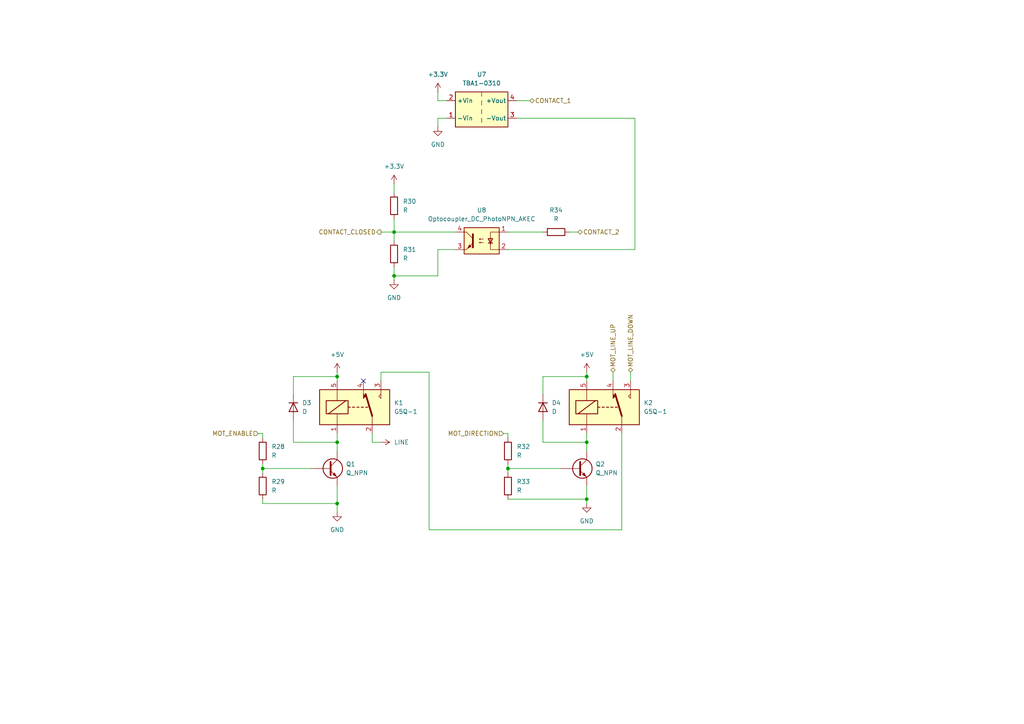
<source format=kicad_sch>
(kicad_sch (version 20250114) (generator "eeschema") (generator_version "9.0")
  (paper "A4")
  (title_block (title "iot-contact"))
  (lib_symbols
    (symbol "Converter_DCDC:TBA1-0310"
      (property "Reference" "U" (at -6.858 6.35 0))
      (property "Value" "TBA1-0310" (at 1.524 6.35 0))
      (symbol "TBA1-0310_0_0"
        (pin power_in line (at -10.16 2.54 0) (length 2.54) (name "+Vin") (number "2"))
        (pin power_in line (at -10.16 -2.54 0) (length 2.54) (name "-Vin") (number "1"))
        (pin power_out line (at 10.16 2.54 180) (length 2.54) (name "+Vout") (number "4"))
        (pin power_out line (at 10.16 -2.54 180) (length 2.54) (name "-Vout") (number "3"))
      )
      (symbol "TBA1-0310_0_1"
        (rectangle (start -7.62 5.08) (end 7.62 -5.08) (stroke (width 0.254)) (fill (type background)))
        (polyline (pts (xy 0 5.08) (xy 0 3.81)))
        (polyline (pts (xy 0 2.54) (xy 0 1.27)))
        (polyline (pts (xy 0 0) (xy 0 -1.27)))
        (polyline (pts (xy 0 -2.54) (xy 0 -3.81)))
      )
    )
    (symbol "Device:D" (pin_numbers (hide yes)) (pin_names (offset 1.016) (hide yes))
      (property "Reference" "D" (at 0 2.54 0))
      (property "Value" "D" (at 0 -2.54 0))
      (symbol "D_0_1"
        (polyline (pts (xy -1.27 1.27) (xy -1.27 -1.27)) (stroke (width 0.254)))
        (polyline (pts (xy 1.27 1.27) (xy 1.27 -1.27) (xy -1.27 0) (xy 1.27 1.27)) (stroke (width 0.254)))
        (polyline (pts (xy 1.27 0) (xy -1.27 0)))
      )
      (symbol "D_1_1"
        (pin passive line (at -3.81 0 0) (length 2.54) (name "K") (number "1"))
        (pin passive line (at 3.81 0 180) (length 2.54) (name "A") (number "2"))
      )
    )
    (symbol "Device:Q_NPN" (pin_numbers (hide yes)) (pin_names (offset 0) (hide yes))
      (property "Reference" "Q" (at 5.08 1.27 0))
      (property "Value" "Q_NPN" (at 5.08 -1.27 0))
      (symbol "Q_NPN_0_1"
        (polyline (pts (xy -2.54 0) (xy 0.635 0)))
        (polyline (pts (xy 0.635 1.905) (xy 0.635 -1.905)) (stroke (width 0.508)))
        (polyline (pts (xy 0.635 0.635) (xy 2.54 2.54)))
        (polyline (pts (xy 0.635 -0.635) (xy 2.54 -2.54)))
        (circle (center 1.27 0) (radius 2.8194) (stroke (width 0.254)))
        (polyline (pts (xy 1.27 -1.778) (xy 1.778 -1.27) (xy 2.286 -2.286) (xy 1.27 -1.778)) (fill (type outline)))
      )
      (symbol "Q_NPN_1_1"
        (pin input line (at -5.08 0 0) (length 2.54) (name "B") (number "B"))
        (pin passive line (at 2.54 5.08 270) (length 2.54) (name "C") (number "C"))
        (pin passive line (at 2.54 -5.08 90) (length 2.54) (name "E") (number "E"))
      )
    )
    (symbol "Device:R" (pin_numbers (hide yes)) (pin_names (offset 0))
      (property "Reference" "R" (at 2.032 0 90))
      (property "Value" "R" (at 0 0 90))
      (symbol "R_0_1"
        (rectangle (start -1.016 -2.54) (end 1.016 2.54) (stroke (width 0.254)))
      )
      (symbol "R_1_1"
        (pin passive line (at 0 3.81 270) (length 1.27) (name "~") (number "1"))
        (pin passive line (at 0 -3.81 90) (length 1.27) (name "~") (number "2"))
      )
    )
    (symbol "Isolator:Optocoupler_DC_PhotoNPN_AKEC"
      (property "Reference" "U" (at -5.08 5.08 0))
      (property "Value" "Optocoupler_DC_PhotoNPN_AKEC" (at 0 5.08 0))
      (symbol "Optocoupler_DC_PhotoNPN_AKEC_0_1"
        (rectangle (start -5.08 3.81) (end 5.08 -3.81) (stroke (width 0.254)) (fill (type background)))
        (polyline (pts (xy -5.08 2.54) (xy -2.54 2.54) (xy -2.54 -1.27) (xy -2.54 0.635)))
        (polyline (pts (xy -3.175 -0.635) (xy -1.905 -0.635)) (stroke (width 0.254)))
        (polyline (pts (xy -2.54 -0.635) (xy -2.54 -2.54) (xy -5.08 -2.54)))
        (polyline (pts (xy -2.54 -0.635) (xy -3.175 0.635) (xy -1.905 0.635) (xy -2.54 -0.635)) (stroke (width 0.254)))
        (polyline (pts (xy -0.508 0.508) (xy 0.762 0.508) (xy 0.381 0.381) (xy 0.381 0.635) (xy 0.762 0.508)))
        (polyline (pts (xy -0.508 -0.508) (xy 0.762 -0.508) (xy 0.381 -0.635) (xy 0.381 -0.381) (xy 0.762 -0.508)))
        (polyline (pts (xy 2.54 1.905) (xy 2.54 -1.905)) (stroke (width 0.508)))
        (polyline (pts (xy 2.54 0.635) (xy 4.445 2.54)))
        (polyline (pts (xy 3.048 -1.651) (xy 3.556 -1.143) (xy 4.064 -2.159) (xy 3.048 -1.651)) (fill (type outline)))
        (polyline (pts (xy 4.445 2.54) (xy 5.08 2.54)))
        (polyline (pts (xy 4.445 -2.54) (xy 2.54 -0.635)) (fill (type outline)))
        (polyline (pts (xy 4.445 -2.54) (xy 5.08 -2.54)))
      )
      (symbol "Optocoupler_DC_PhotoNPN_AKEC_1_1"
        (pin passive line (at -7.62 2.54 0) (length 2.54) (name "~") (number "1"))
        (pin passive line (at -7.62 -2.54 0) (length 2.54) (name "~") (number "2"))
        (pin passive line (at 7.62 2.54 180) (length 2.54) (name "~") (number "4"))
        (pin passive line (at 7.62 -2.54 180) (length 2.54) (name "~") (number "3"))
      )
    )
    (symbol "Relay:G5Q-1"
      (property "Reference" "K" (at 11.43 3.81 0))
      (property "Value" "G5Q-1" (at 11.43 1.27 0))
      (symbol "G5Q-1_0_0"
        (polyline (pts (xy 7.62 5.08) (xy 7.62 2.54) (xy 6.985 3.175) (xy 7.62 3.81)))
      )
      (symbol "G5Q-1_0_1"
        (rectangle (start -10.16 5.08) (end 10.16 -5.08) (stroke (width 0.254)) (fill (type background)))
        (rectangle (start -8.255 1.905) (end -1.905 -1.905) (stroke (width 0.254)))
        (polyline (pts (xy -7.62 -1.905) (xy -2.54 1.905)) (stroke (width 0.254)))
        (polyline (pts (xy -5.08 5.08) (xy -5.08 1.905)))
        (polyline (pts (xy -5.08 -5.08) (xy -5.08 -1.905)))
        (polyline (pts (xy -1.905 0) (xy -1.27 0)) (stroke (width 0.254)))
        (polyline (pts (xy -0.635 0) (xy 0 0)) (stroke (width 0.254)))
        (polyline (pts (xy 0.635 0) (xy 1.27 0)) (stroke (width 0.254)))
        (polyline (pts (xy 1.905 0) (xy 2.54 0)) (stroke (width 0.254)))
        (polyline (pts (xy 2.54 5.08) (xy 2.54 2.54) (xy 3.175 3.175) (xy 2.54 3.81)) (fill (type outline)))
        (polyline (pts (xy 3.175 0) (xy 3.81 0)) (stroke (width 0.254)))
        (polyline (pts (xy 5.08 -2.54) (xy 3.175 3.81)) (stroke (width 0.508)))
        (polyline (pts (xy 5.08 -2.54) (xy 5.08 -5.08)))
      )
      (symbol "G5Q-1_1_1"
        (pin passive line (at -5.08 7.62 270) (length 2.54) (name "~") (number "5"))
        (pin passive line (at -5.08 -7.62 90) (length 2.54) (name "~") (number "1"))
        (pin passive line (at 2.54 7.62 270) (length 2.54) (name "~") (number "4"))
        (pin passive line (at 5.08 -7.62 90) (length 2.54) (name "~") (number "2"))
        (pin passive line (at 7.62 7.62 270) (length 2.54) (name "~") (number "3"))
      )
    )
    (symbol "power:+3.3V" (power) (pin_numbers (hide yes)) (pin_names (offset 0) (hide yes))
      (property "Value" "+3.3V" (at 0 3.556 0))
      (symbol "+3.3V_0_1"
        (polyline (pts (xy -0.762 1.27) (xy 0 2.54)))
        (polyline (pts (xy 0 2.54) (xy 0.762 1.27)))
        (polyline (pts (xy 0 0) (xy 0 2.54)))
      )
      (symbol "+3.3V_1_1"
        (pin power_in line (at 0 0 90) (length 0) (name "~") (number "1"))
      )
    )
    (symbol "power:+5V" (power) (pin_numbers (hide yes)) (pin_names (offset 0) (hide yes))
      (property "Value" "+5V" (at 0 3.556 0))
      (symbol "+5V_0_1"
        (polyline (pts (xy -0.762 1.27) (xy 0 2.54)))
        (polyline (pts (xy 0 2.54) (xy 0.762 1.27)))
        (polyline (pts (xy 0 0) (xy 0 2.54)))
      )
      (symbol "+5V_1_1"
        (pin power_in line (at 0 0 90) (length 0) (name "~") (number "1"))
      )
    )
    (symbol "power:GND" (power) (pin_numbers (hide yes)) (pin_names (offset 0) (hide yes))
      (property "Value" "GND" (at 0 -3.81 0))
      (symbol "GND_0_1"
        (polyline (pts (xy 0 0) (xy 0 -1.27) (xy 1.27 -1.27) (xy 0 -2.54) (xy -1.27 -1.27) (xy 0 -1.27)))
      )
      (symbol "GND_1_1"
        (pin power_in line (at 0 0 270) (length 0) (name "~") (number "1"))
      )
    )
    (symbol "power:LINE" (power) (pin_numbers (hide yes)) (pin_names (offset 0) (hide yes))
      (property "Value" "LINE" (at 0 3.556 0))
      (symbol "LINE_0_1"
        (polyline (pts (xy -0.762 1.27) (xy 0 2.54)))
        (polyline (pts (xy 0 2.54) (xy 0.762 1.27)))
        (polyline (pts (xy 0 0) (xy 0 2.54)))
      )
      (symbol "LINE_1_1"
        (pin power_in line (at 0 0 90) (length 0) (name "~") (number "1"))
      )
    )
  )
  (junction (at 114.3 80.01))
  (junction (at 114.3 67.31))
  (junction (at 97.79 109.22))
  (junction (at 76.2 135.89))
  (junction (at 170.18 144.78))
  (junction (at 147.32 135.89))
  (junction (at 170.18 109.22))
  (junction (at 97.79 146.05))
  (junction (at 97.79 128.27))
  (junction (at 170.18 128.27))
  (no_connect (at 105.41 110.49))
  (wire (pts (xy 170.18 107.95) (xy 170.18 109.22)))
  (wire (pts (xy 76.2 125.73) (xy 74.93 125.73)))
  (wire (pts (xy 97.79 128.27) (xy 97.79 130.81)))
  (wire (pts (xy 85.09 109.22) (xy 97.79 109.22)))
  (wire (pts (xy 97.79 146.05) (xy 97.79 148.59)))
  (wire (pts (xy 97.79 140.97) (xy 97.79 146.05)))
  (wire (pts (xy 147.32 67.31) (xy 157.48 67.31)))
  (wire (pts (xy 149.86 34.29) (xy 184.15 34.29)))
  (wire (pts (xy 85.09 121.92) (xy 85.09 128.27)))
  (wire (pts (xy 114.3 67.31) (xy 114.3 63.5)))
  (wire (pts (xy 147.32 125.73) (xy 146.05 125.73)))
  (wire (pts (xy 76.2 135.89) (xy 76.2 137.16)))
  (wire (pts (xy 170.18 144.78) (xy 170.18 146.05)))
  (wire (pts (xy 76.2 135.89) (xy 76.2 134.62)))
  (wire (pts (xy 114.3 67.31) (xy 114.3 69.85)))
  (wire (pts (xy 124.46 107.95) (xy 124.46 153.67)))
  (wire (pts (xy 114.3 77.47) (xy 114.3 80.01)))
  (wire (pts (xy 182.88 107.95) (xy 182.88 110.49)))
  (wire (pts (xy 110.49 67.31) (xy 114.3 67.31)))
  (wire (pts (xy 114.3 53.34) (xy 114.3 55.88)))
  (wire (pts (xy 76.2 146.05) (xy 97.79 146.05)))
  (wire (pts (xy 157.48 109.22) (xy 170.18 109.22)))
  (wire (pts (xy 162.56 135.89) (xy 147.32 135.89)))
  (wire (pts (xy 129.54 34.29) (xy 127 34.29)))
  (wire (pts (xy 110.49 128.27) (xy 107.95 128.27)))
  (wire (pts (xy 114.3 80.01) (xy 114.3 81.28)))
  (wire (pts (xy 97.79 109.22) (xy 97.79 110.49)))
  (wire (pts (xy 127 29.21) (xy 127 26.67)))
  (wire (pts (xy 170.18 140.97) (xy 170.18 144.78)))
  (wire (pts (xy 97.79 107.95) (xy 97.79 109.22)))
  (wire (pts (xy 184.15 72.39) (xy 147.32 72.39)))
  (wire (pts (xy 114.3 67.31) (xy 132.08 67.31)))
  (wire (pts (xy 147.32 134.62) (xy 147.32 135.89)))
  (wire (pts (xy 127 80.01) (xy 114.3 80.01)))
  (wire (pts (xy 157.48 114.3) (xy 157.48 109.22)))
  (wire (pts (xy 90.17 135.89) (xy 76.2 135.89)))
  (wire (pts (xy 149.86 29.21) (xy 153.67 29.21)))
  (wire (pts (xy 157.48 128.27) (xy 170.18 128.27)))
  (wire (pts (xy 170.18 125.73) (xy 170.18 128.27)))
  (wire (pts (xy 170.18 128.27) (xy 170.18 130.81)))
  (wire (pts (xy 147.32 144.78) (xy 170.18 144.78)))
  (wire (pts (xy 147.32 135.89) (xy 147.32 137.16)))
  (wire (pts (xy 127 72.39) (xy 127 80.01)))
  (wire (pts (xy 184.15 34.29) (xy 184.15 72.39)))
  (wire (pts (xy 165.1 67.31) (xy 167.64 67.31)))
  (wire (pts (xy 129.54 29.21) (xy 127 29.21)))
  (wire (pts (xy 97.79 125.73) (xy 97.79 128.27)))
  (wire (pts (xy 170.18 109.22) (xy 170.18 110.49)))
  (wire (pts (xy 180.34 153.67) (xy 180.34 125.73)))
  (wire (pts (xy 177.8 107.95) (xy 177.8 110.49)))
  (wire (pts (xy 85.09 128.27) (xy 97.79 128.27)))
  (wire (pts (xy 76.2 127) (xy 76.2 125.73)))
  (wire (pts (xy 107.95 128.27) (xy 107.95 125.73)))
  (wire (pts (xy 110.49 107.95) (xy 124.46 107.95)))
  (wire (pts (xy 157.48 121.92) (xy 157.48 128.27)))
  (wire (pts (xy 147.32 127) (xy 147.32 125.73)))
  (wire (pts (xy 110.49 110.49) (xy 110.49 107.95)))
  (wire (pts (xy 127 34.29) (xy 127 36.83)))
  (wire (pts (xy 132.08 72.39) (xy 127 72.39)))
  (wire (pts (xy 76.2 144.78) (xy 76.2 146.05)))
  (wire (pts (xy 85.09 114.3) (xy 85.09 109.22)))
  (wire (pts (xy 124.46 153.67) (xy 180.34 153.67)))
  (hierarchical_label "CONTACT_1" (shape bidirectional) (at 153.67 29.21 0))
  (hierarchical_label "CONTACT_2" (shape bidirectional) (at 167.64 67.31 0))
  (hierarchical_label "MOT_ENABLE" (shape input) (at 74.93 125.73 180))
  (hierarchical_label "MOT_LINE_DOWN" (shape bidirectional) (at 182.88 107.95 90))
  (hierarchical_label "MOT_LINE_UP" (shape bidirectional) (at 177.8 107.95 90))
  (hierarchical_label "CONTACT_CLOSED" (shape output) (at 110.49 67.31 180))
  (hierarchical_label "MOT_DIRECTION" (shape input) (at 146.05 125.73 180))
  (symbol (lib_id "Isolator:Optocoupler_DC_PhotoNPN_AKEC") (at 139.7 69.85 0) (mirror y) (unit 1)
    (property "Reference" "U8" (at 139.7 60.96 0))
    (property "Value" "Optocoupler_DC_PhotoNPN_AKEC" (at 139.7 63.5 0))
    (property "Description" "Generic DC optocoupler with NPN phototransistor output, pins order: anode/cathode/emitter/collector" (effects (hide yes)))
  )
  (symbol (lib_id "power:LINE") (at 110.49 128.27 270) (unit 1)
    (property "Reference" "#PWR040" (effects (hide yes)))
    (property "Value" "LINE" (at 114.3 128.2699 90) (effects (justify left)))
    (property "Description" "Power symbol creates a global label with name \"LINE\"" (effects (hide yes)))
  )
  (symbol (lib_id "Device:R") (at 76.2 140.97 0) (unit 1)
    (property "Reference" "R29" (at 78.74 139.6999 0) (effects (justify left)))
    (property "Value" "R" (at 78.74 142.2399 0) (effects (justify left)))
    (property "Description" "Resistor" (effects (hide yes)))
  )
  (symbol (lib_id "Device:Q_NPN") (at 167.64 135.89 0) (unit 1)
    (property "Reference" "Q2" (at 172.72 134.6199 0) (effects (justify left)))
    (property "Value" "Q_NPN" (at 172.72 137.1599 0) (effects (justify left)))
    (property "Description" "NPN bipolar junction transistor" (effects (hide yes)))
  )
  (symbol (lib_id "Device:R") (at 76.2 130.81 0) (unit 1)
    (property "Reference" "R28" (at 78.74 129.5399 0) (effects (justify left)))
    (property "Value" "R" (at 78.74 132.0799 0) (effects (justify left)))
    (property "Description" "Resistor" (effects (hide yes)))
  )
  (symbol (lib_id "Relay:G5Q-1") (at 175.26 118.11 0) (unit 1)
    (property "Reference" "K2" (at 186.69 116.8399 0) (effects (justify left)))
    (property "Value" "G5Q-1" (at 186.69 119.3799 0) (effects (justify left)))
    (property "Footprint" "Relay_THT:Relay_SPDT_Omron-G5Q-1" (effects (hide yes)))
    (property "Datasheet" "https://www.omron.com/ecb/products/pdf/en-g5q.pdf" (effects (hide yes)))
    (property "Description" "Omron G5G relay, Miniature Single Pole, SPDT, 10A" (effects (hide yes)))
  )
  (symbol (lib_id "power:+5V") (at 170.18 107.95 0) (unit 1)
    (property "Reference" "#PWR045" (effects (hide yes)))
    (property "Value" "+5V" (at 170.18 102.87 0))
    (property "Description" "Power symbol creates a global label with name \"+5V\"" (effects (hide yes)))
  )
  (symbol (lib_id "power:GND") (at 114.3 81.28 0) (unit 1)
    (property "Reference" "#PWR042" (effects (hide yes)))
    (property "Value" "GND" (at 114.3 86.36 0))
    (property "Description" "Power symbol creates a global label with name \"GND\" , ground" (effects (hide yes)))
  )
  (symbol (lib_id "Device:R") (at 161.29 67.31 90) (unit 1)
    (property "Reference" "R34" (at 161.29 60.96 90))
    (property "Value" "R" (at 161.29 63.5 90))
    (property "Description" "Resistor" (effects (hide yes)))
  )
  (symbol (lib_id "Relay:G5Q-1") (at 102.87 118.11 0) (unit 1)
    (property "Reference" "K1" (at 114.3 116.8399 0) (effects (justify left)))
    (property "Value" "G5Q-1" (at 114.3 119.3799 0) (effects (justify left)))
    (property "Footprint" "Relay_THT:Relay_SPDT_Omron-G5Q-1" (effects (hide yes)))
    (property "Datasheet" "https://www.omron.com/ecb/products/pdf/en-g5q.pdf" (effects (hide yes)))
    (property "Description" "Omron G5G relay, Miniature Single Pole, SPDT, 10A" (effects (hide yes)))
  )
  (symbol (lib_id "Device:R") (at 114.3 73.66 0) (unit 1)
    (property "Reference" "R31" (at 116.84 72.3899 0) (effects (justify left)))
    (property "Value" "R" (at 116.84 74.9299 0) (effects (justify left)))
    (property "Description" "Resistor" (effects (hide yes)))
  )
  (symbol (lib_id "power:GND") (at 170.18 146.05 0) (unit 1)
    (property "Reference" "#PWR046" (effects (hide yes)))
    (property "Value" "GND" (at 170.18 151.13 0))
    (property "Description" "Power symbol creates a global label with name \"GND\" , ground" (effects (hide yes)))
  )
  (symbol (lib_id "power:+5V") (at 97.79 107.95 0) (unit 1)
    (property "Reference" "#PWR038" (effects (hide yes)))
    (property "Value" "+5V" (at 97.79 102.87 0))
    (property "Description" "Power symbol creates a global label with name \"+5V\"" (effects (hide yes)))
  )
  (symbol (lib_id "Device:D") (at 157.48 118.11 270) (unit 1)
    (property "Reference" "D4" (at 160.02 116.8399 90) (effects (justify left)))
    (property "Value" "D" (at 160.02 119.3799 90) (effects (justify left)))
    (property "Description" "Diode" (effects (hide yes)))
    (property "Sim.Device" "D" (effects (hide yes)))
    (property "Sim.Pins" "1=K 2=A" (effects (hide yes)))
  )
  (symbol (lib_id "power:GND") (at 97.79 148.59 0) (unit 1)
    (property "Reference" "#PWR039" (effects (hide yes)))
    (property "Value" "GND" (at 97.79 153.67 0))
    (property "Description" "Power symbol creates a global label with name \"GND\" , ground" (effects (hide yes)))
  )
  (symbol (lib_id "power:GND") (at 127 36.83 0) (unit 1)
    (property "Reference" "#PWR044" (effects (hide yes)))
    (property "Value" "GND" (at 127 41.91 0))
    (property "Description" "Power symbol creates a global label with name \"GND\" , ground" (effects (hide yes)))
  )
  (symbol (lib_id "power:+3.3V") (at 114.3 53.34 0) (unit 1)
    (property "Reference" "#PWR041" (effects (hide yes)))
    (property "Value" "+3.3V" (at 114.3 48.26 0))
    (property "Description" "Power symbol creates a global label with name \"+3.3V\"" (effects (hide yes)))
  )
  (symbol (lib_id "power:+3.3V") (at 127 26.67 0) (unit 1)
    (property "Reference" "#PWR043" (effects (hide yes)))
    (property "Value" "+3.3V" (at 127 21.59 0))
    (property "Description" "Power symbol creates a global label with name \"+3.3V\"" (effects (hide yes)))
  )
  (symbol (lib_id "Converter_DCDC:TBA1-0310") (at 139.7 31.75 0) (unit 1)
    (property "Reference" "U7" (at 139.7 21.59 0))
    (property "Value" "TBA1-0310" (at 139.7 24.13 0))
    (property "Footprint" "Converter_DCDC:Converter_DCDC_TRACO_TBA1-xxxx_THT" (effects (hide yes)))
    (property "Datasheet" "https://www.tracopower.com/products/tba1.pdf" (effects (hide yes)))
    (property "Description" "1W DC/DC converter unregulated, 2.97-3.63V input, 3.3V fixed output voltage, 260mA output, 1.5kVDC isolation, SIP-4" (effects (hide yes)))
  )
  (symbol (lib_id "Device:R") (at 147.32 140.97 0) (unit 1)
    (property "Reference" "R33" (at 149.86 139.6999 0) (effects (justify left)))
    (property "Value" "R" (at 149.86 142.2399 0) (effects (justify left)))
    (property "Description" "Resistor" (effects (hide yes)))
  )
  (symbol (lib_id "Device:R") (at 114.3 59.69 0) (unit 1)
    (property "Reference" "R30" (at 116.84 58.4199 0) (effects (justify left)))
    (property "Value" "R" (at 116.84 60.9599 0) (effects (justify left)))
    (property "Description" "Resistor" (effects (hide yes)))
  )
  (symbol (lib_id "Device:D") (at 85.09 118.11 270) (unit 1)
    (property "Reference" "D3" (at 87.63 116.8399 90) (effects (justify left)))
    (property "Value" "D" (at 87.63 119.3799 90) (effects (justify left)))
    (property "Description" "Diode" (effects (hide yes)))
    (property "Sim.Device" "D" (effects (hide yes)))
    (property "Sim.Pins" "1=K 2=A" (effects (hide yes)))
  )
  (symbol (lib_id "Device:R") (at 147.32 130.81 0) (unit 1)
    (property "Reference" "R32" (at 149.86 129.5399 0) (effects (justify left)))
    (property "Value" "R" (at 149.86 132.0799 0) (effects (justify left)))
    (property "Description" "Resistor" (effects (hide yes)))
  )
  (symbol (lib_id "Device:Q_NPN") (at 95.25 135.89 0) (unit 1)
    (property "Reference" "Q1" (at 100.33 134.6199 0) (effects (justify left)))
    (property "Value" "Q_NPN" (at 100.33 137.1599 0) (effects (justify left)))
    (property "Description" "NPN bipolar junction transistor" (effects (hide yes)))
  )
)
</source>
